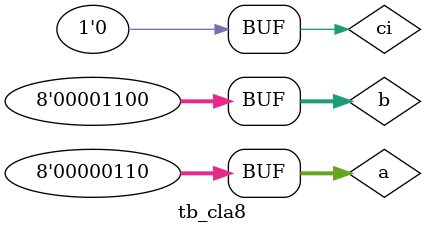
<source format=v>
`timescale 1ns/100ps

module tb_cla8;
	
	reg [7:0]	a, b;
	reg ci;
	wire [7:0] s;
	wire co;
		
	cla8 cla80(.a(a), .b(b), .ci(ci), .s(s), .co(co)); // Instance 8bits carry lookahead adder

	initial begin
		#0; a = 8'b0000_0000; b = 8'b0000_0000; ci = 0;	// s = 8'b0000_0000, co = 0
		#5; a = 8'b1111_0000; b = 8'b1111_1110; ci = 0;	// s = 8'b1110_1110, co = 1
		#5; a = 8'b0110_0000; b = 8'b1001_1111; ci = 0;	// s = 8'b1111_1111, co = 0
		#5; a = 8'b0000_1111; b = 8'b0110_0000; ci = 0;	// s = 8'b0110_1111, co = 0
		#5; a = 8'b1110_0000; b = 8'b0010_0000; ci = 0;	// s = 8'b0000_0000, co = 1
		#5; a = 8'b0110_0000; b = 8'b0100_0000; ci = 0;	// s = 8'b1010_0000, co = 0
		#5; a = 8'b0000_0110; b = 8'b0000_1100; ci = 0;	// s = 8'b0001_0010, co = 0
		#5;
		
	end

endmodule

</source>
